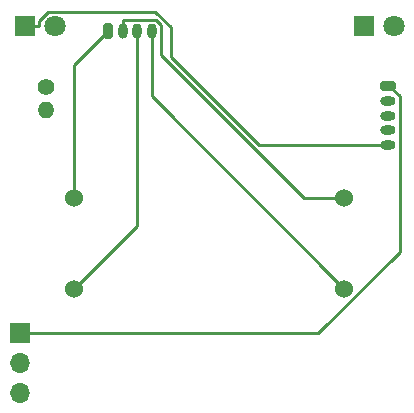
<source format=gbr>
%TF.GenerationSoftware,KiCad,Pcbnew,(6.0.7-1)-1*%
%TF.CreationDate,2023-10-29T12:13:08+10:00*%
%TF.ProjectId,GAUGE_Analog Instruments,47415547-455f-4416-9e61-6c6f6720496e,rev?*%
%TF.SameCoordinates,Original*%
%TF.FileFunction,Copper,L2,Bot*%
%TF.FilePolarity,Positive*%
%FSLAX46Y46*%
G04 Gerber Fmt 4.6, Leading zero omitted, Abs format (unit mm)*
G04 Created by KiCad (PCBNEW (6.0.7-1)-1) date 2023-10-29 12:13:08*
%MOMM*%
%LPD*%
G01*
G04 APERTURE LIST*
G04 Aperture macros list*
%AMRoundRect*
0 Rectangle with rounded corners*
0 $1 Rounding radius*
0 $2 $3 $4 $5 $6 $7 $8 $9 X,Y pos of 4 corners*
0 Add a 4 corners polygon primitive as box body*
4,1,4,$2,$3,$4,$5,$6,$7,$8,$9,$2,$3,0*
0 Add four circle primitives for the rounded corners*
1,1,$1+$1,$2,$3*
1,1,$1+$1,$4,$5*
1,1,$1+$1,$6,$7*
1,1,$1+$1,$8,$9*
0 Add four rect primitives between the rounded corners*
20,1,$1+$1,$2,$3,$4,$5,0*
20,1,$1+$1,$4,$5,$6,$7,0*
20,1,$1+$1,$6,$7,$8,$9,0*
20,1,$1+$1,$8,$9,$2,$3,0*%
G04 Aperture macros list end*
%TA.AperFunction,ComponentPad*%
%ADD10C,1.524000*%
%TD*%
%TA.AperFunction,ComponentPad*%
%ADD11RoundRect,0.200000X-0.200000X-0.450000X0.200000X-0.450000X0.200000X0.450000X-0.200000X0.450000X0*%
%TD*%
%TA.AperFunction,ComponentPad*%
%ADD12O,0.800000X1.300000*%
%TD*%
%TA.AperFunction,ComponentPad*%
%ADD13C,1.400000*%
%TD*%
%TA.AperFunction,ComponentPad*%
%ADD14O,1.400000X1.400000*%
%TD*%
%TA.AperFunction,ComponentPad*%
%ADD15R,1.800000X1.800000*%
%TD*%
%TA.AperFunction,ComponentPad*%
%ADD16C,1.800000*%
%TD*%
%TA.AperFunction,ComponentPad*%
%ADD17RoundRect,0.200000X-0.450000X0.200000X-0.450000X-0.200000X0.450000X-0.200000X0.450000X0.200000X0*%
%TD*%
%TA.AperFunction,ComponentPad*%
%ADD18O,1.300000X0.800000*%
%TD*%
%TA.AperFunction,ComponentPad*%
%ADD19R,1.700000X1.700000*%
%TD*%
%TA.AperFunction,ComponentPad*%
%ADD20O,1.700000X1.700000*%
%TD*%
%TA.AperFunction,Conductor*%
%ADD21C,0.250000*%
%TD*%
G04 APERTURE END LIST*
D10*
%TO.P,M1,1*%
%TO.N,/COIL1*%
X168512800Y-93018000D03*
%TO.P,M1,2,-*%
%TO.N,/COIL2*%
X168512800Y-100718000D03*
%TO.P,M1,3*%
%TO.N,/COIL3*%
X191362800Y-100718000D03*
%TO.P,M1,4*%
%TO.N,/COIL4*%
X191362800Y-93018000D03*
%TD*%
D11*
%TO.P,J1,1,Pin_1*%
%TO.N,/COIL1*%
X171336500Y-78934600D03*
D12*
%TO.P,J1,2,Pin_2*%
%TO.N,/COIL4*%
X172586500Y-78934600D03*
%TO.P,J1,3,Pin_3*%
%TO.N,/COIL2*%
X173836500Y-78934600D03*
%TO.P,J1,4,Pin_4*%
%TO.N,/COIL3*%
X175086500Y-78934600D03*
%TD*%
D13*
%TO.P,R1,1*%
%TO.N,/BACKLIGHT_+12V*%
X166099500Y-83675600D03*
D14*
%TO.P,R1,2*%
%TO.N,Net-(D1-Pad2)*%
X166099500Y-85575600D03*
%TD*%
D15*
%TO.P,D2,1,K*%
%TO.N,/BACKLIGHT_GND*%
X164316500Y-78484600D03*
D16*
%TO.P,D2,2,A*%
%TO.N,Net-(D1-Pad1)*%
X166856500Y-78484600D03*
%TD*%
D15*
%TO.P,D1,1,K*%
%TO.N,Net-(D1-Pad1)*%
X193023500Y-78484600D03*
D16*
%TO.P,D1,2,A*%
%TO.N,Net-(D1-Pad2)*%
X195563500Y-78484600D03*
%TD*%
D17*
%TO.P,J4,1,Pin_1*%
%TO.N,/5V*%
X195055500Y-83564600D03*
D18*
%TO.P,J4,2,Pin_2*%
%TO.N,GND*%
X195055500Y-84814600D03*
%TO.P,J4,3,Pin_3*%
%TO.N,/ZERO_DETECT*%
X195055500Y-86064600D03*
%TO.P,J4,4,Pin_4*%
%TO.N,/BACKLIGHT_+12V*%
X195055500Y-87314600D03*
%TO.P,J4,5,Pin_5*%
%TO.N,/BACKLIGHT_GND*%
X195055500Y-88564600D03*
%TD*%
D19*
%TO.P,J3,1,Pin_1*%
%TO.N,/5V*%
X163897800Y-104488000D03*
D20*
%TO.P,J3,2,Pin_2*%
%TO.N,/ZERO_DETECT*%
X163897800Y-107028000D03*
%TO.P,J3,3,Pin_3*%
%TO.N,GND*%
X163897800Y-109568000D03*
%TD*%
D21*
%TO.N,/COIL2*%
X173836500Y-78934600D02*
X173836500Y-95394300D01*
X173836500Y-95394300D02*
X168512800Y-100718000D01*
%TO.N,/COIL1*%
X168512800Y-81758300D02*
X168512800Y-93018000D01*
X171336500Y-78934600D02*
X168512800Y-81758300D01*
%TO.N,/COIL4*%
X172586500Y-77959300D02*
X175402200Y-77959300D01*
X175833700Y-80929000D02*
X187922700Y-93018000D01*
X187922700Y-93018000D02*
X191362800Y-93018000D01*
X175402200Y-77959300D02*
X175833700Y-78390800D01*
X172586500Y-78934600D02*
X172586500Y-77959300D01*
X175833700Y-78390800D02*
X175833700Y-80929000D01*
%TO.N,/COIL3*%
X191362800Y-100718000D02*
X175086500Y-84441700D01*
X175086500Y-84441700D02*
X175086500Y-78934600D01*
%TO.N,/BACKLIGHT_GND*%
X195055500Y-88564600D02*
X184106200Y-88564600D01*
X164316500Y-78484600D02*
X165541800Y-78484600D01*
X175340800Y-77259300D02*
X166307500Y-77259300D01*
X176682200Y-81140600D02*
X176682200Y-78600700D01*
X184106200Y-88564600D02*
X176682200Y-81140600D01*
X166307500Y-77259300D02*
X165541800Y-78025000D01*
X176682200Y-78600700D02*
X175340800Y-77259300D01*
X165541800Y-78025000D02*
X165541800Y-78484600D01*
%TO.N,/5V*%
X163897800Y-104488000D02*
X189138600Y-104488000D01*
X189138600Y-104488000D02*
X196044900Y-97581700D01*
X196044900Y-97581700D02*
X196044900Y-84439500D01*
X196044900Y-84439500D02*
X195170000Y-83564600D01*
X195170000Y-83564600D02*
X195055500Y-83564600D01*
%TD*%
M02*

</source>
